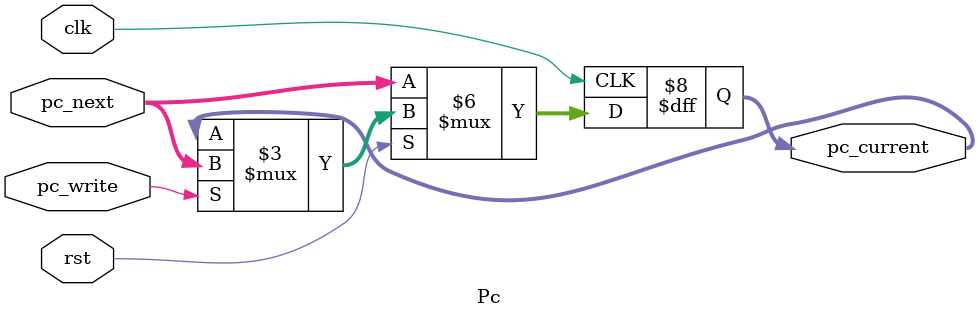
<source format=v>
module Pc (
    input wire       clk,
    input wire       rst,
    input wire       pc_write,
    input wire [7:0] pc_next,
    output reg [7:0] pc_current
);

always @(posedge clk ) 
begin
    if(!rst)
    begin
        pc_current <= pc_next; 
    end
    else if(pc_write)
    begin
        pc_current<=pc_next;
    end
end
    
endmodule
</source>
